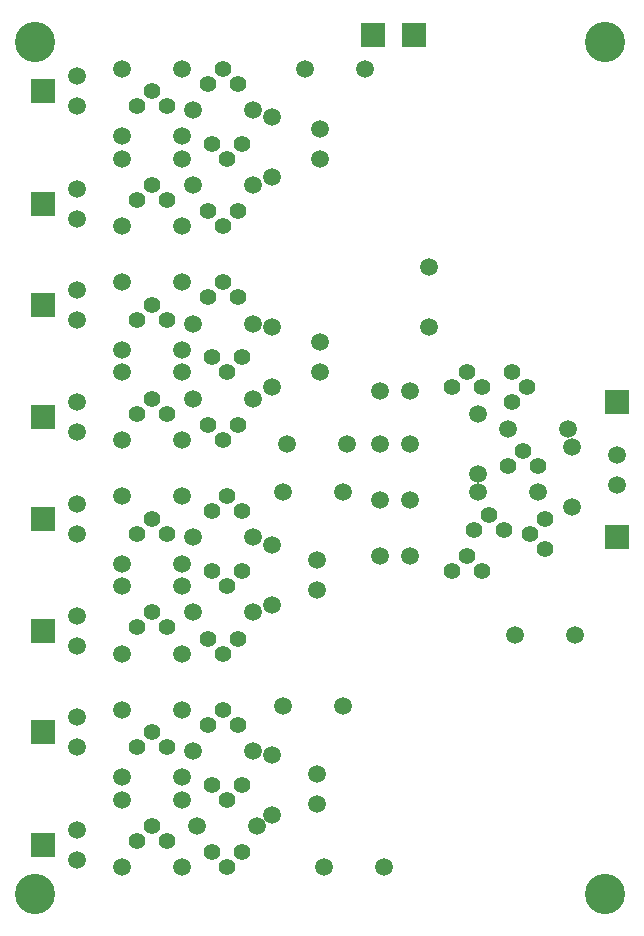
<source format=gts>
G75*
G70*
%OFA0B0*%
%FSLAX24Y24*%
%IPPOS*%
%LPD*%
%AMOC8*
5,1,8,0,0,1.08239X$1,22.5*
%
%ADD10C,0.0556*%
%ADD11C,0.0595*%
%ADD12R,0.0789X0.0789*%
%ADD13C,0.1340*%
D10*
X004725Y005285D03*
X005225Y005785D03*
X005725Y005285D03*
X007225Y004910D03*
X007725Y004410D03*
X008225Y004910D03*
X007725Y006660D03*
X007225Y007160D03*
X008225Y007160D03*
X008100Y009160D03*
X007600Y009660D03*
X007100Y009160D03*
X005725Y008410D03*
X005225Y008910D03*
X004725Y008410D03*
X007100Y012035D03*
X007600Y011535D03*
X008100Y012035D03*
X007725Y013785D03*
X007225Y014285D03*
X008225Y014285D03*
X008225Y016285D03*
X007725Y016785D03*
X007225Y016285D03*
X005725Y015535D03*
X005225Y016035D03*
X004725Y015535D03*
X005225Y012910D03*
X004725Y012410D03*
X005725Y012410D03*
X007600Y018660D03*
X007100Y019160D03*
X007725Y020910D03*
X007225Y021410D03*
X008225Y021410D03*
X008100Y023410D03*
X007600Y023910D03*
X007100Y023410D03*
X005725Y022660D03*
X005225Y023160D03*
X004725Y022660D03*
X005225Y020035D03*
X004725Y019535D03*
X005725Y019535D03*
X008100Y019160D03*
X007600Y025785D03*
X007100Y026285D03*
X008100Y026285D03*
X007725Y028035D03*
X007225Y028535D03*
X008225Y028535D03*
X008100Y030535D03*
X007600Y031035D03*
X007100Y030535D03*
X005725Y029785D03*
X005225Y030285D03*
X004725Y029785D03*
X005225Y027160D03*
X004725Y026660D03*
X005725Y026660D03*
X015225Y020410D03*
X015725Y020910D03*
X016225Y020410D03*
X017225Y019910D03*
X017225Y020910D03*
X017725Y020410D03*
X017600Y018285D03*
X017100Y017785D03*
X018100Y017785D03*
X018350Y016035D03*
X017850Y015535D03*
X018350Y015035D03*
X016975Y015660D03*
X016475Y016160D03*
X015975Y015660D03*
X015725Y014785D03*
X015225Y014285D03*
X016225Y014285D03*
D11*
X017350Y012160D03*
X019350Y012160D03*
X019225Y016410D03*
X018100Y016910D03*
X019225Y018410D03*
X019100Y019035D03*
X020725Y018160D03*
X020725Y017160D03*
X017100Y019035D03*
X016100Y019535D03*
X016100Y017535D03*
X016100Y016910D03*
X013850Y016660D03*
X012850Y016660D03*
X011600Y016910D03*
X011725Y018535D03*
X012850Y018535D03*
X013850Y018535D03*
X013850Y020285D03*
X012850Y020285D03*
X014475Y022410D03*
X014475Y024410D03*
X010850Y021910D03*
X010850Y020910D03*
X009725Y018535D03*
X009600Y016910D03*
X008600Y015410D03*
X009225Y015160D03*
X009225Y013160D03*
X008600Y012910D03*
X006600Y012910D03*
X006225Y013785D03*
X006225Y014535D03*
X006600Y015410D03*
X006225Y016785D03*
X006225Y018660D03*
X006600Y020035D03*
X006225Y020910D03*
X006225Y021660D03*
X006600Y022535D03*
X006225Y023910D03*
X006225Y025785D03*
X006600Y027160D03*
X006225Y028035D03*
X006225Y028785D03*
X006600Y029660D03*
X006225Y031035D03*
X004225Y031035D03*
X004225Y028785D03*
X004225Y028035D03*
X002725Y027035D03*
X002725Y026035D03*
X004225Y025785D03*
X004225Y023910D03*
X004225Y021660D03*
X004225Y020910D03*
X004225Y018660D03*
X004225Y016785D03*
X004225Y014535D03*
X004225Y013785D03*
X004225Y011535D03*
X004225Y009660D03*
X002725Y009410D03*
X002725Y008410D03*
X004225Y007410D03*
X004225Y006660D03*
X004225Y004410D03*
X002725Y004660D03*
X002725Y005660D03*
X006225Y006660D03*
X006225Y007410D03*
X006600Y008285D03*
X006225Y009660D03*
X006225Y011535D03*
X008600Y008285D03*
X009225Y008160D03*
X009600Y009785D03*
X010725Y007535D03*
X010725Y006535D03*
X010975Y004410D03*
X009225Y006160D03*
X008725Y005785D03*
X006725Y005785D03*
X006225Y004410D03*
X002725Y011785D03*
X002725Y012785D03*
X002725Y015535D03*
X002725Y016535D03*
X002725Y018910D03*
X002725Y019910D03*
X002725Y022660D03*
X002725Y023660D03*
X002725Y029785D03*
X002725Y030785D03*
X008600Y029660D03*
X009225Y029410D03*
X010350Y031035D03*
X010850Y029035D03*
X010850Y028035D03*
X009225Y027410D03*
X008600Y027160D03*
X008600Y022535D03*
X009225Y022410D03*
X009225Y020410D03*
X008600Y020035D03*
X010725Y014660D03*
X010725Y013660D03*
X012850Y014785D03*
X013850Y014785D03*
X011600Y009785D03*
X012975Y004410D03*
X012350Y031035D03*
D12*
X012600Y032160D03*
X013975Y032160D03*
X020725Y019910D03*
X020725Y015410D03*
X001600Y016035D03*
X001600Y019410D03*
X001600Y023160D03*
X001600Y026535D03*
X001600Y030285D03*
X001600Y012285D03*
X001600Y008910D03*
X001600Y005160D03*
D13*
X001350Y003535D03*
X001350Y031910D03*
X020350Y031910D03*
X020350Y003535D03*
M02*

</source>
